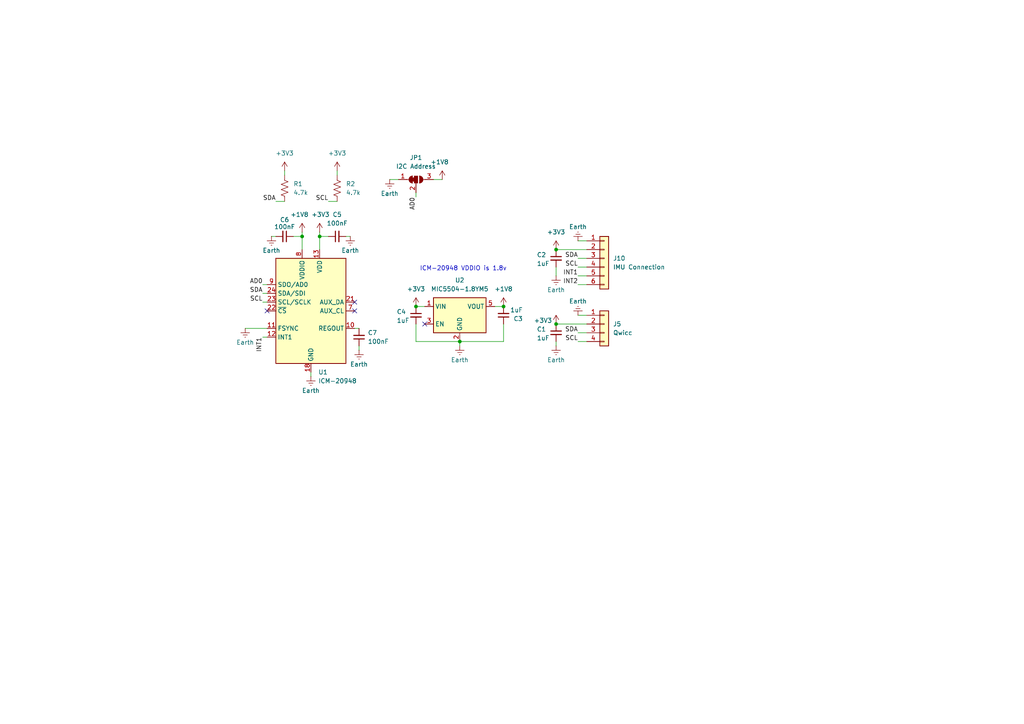
<source format=kicad_sch>
(kicad_sch (version 20250114) (generator "eeschema") (generator_version "9.0")
  (paper "A4")
  (lib_symbols
    (symbol "Connector_Generic:Conn_01x04" (pin_names (offset 1.016) (hide yes))
      (property "Reference" "J" (at 0 5.08 0))
      (property "Value" "Conn_01x04" (at 0 -7.62 0))
      (symbol "Conn_01x04_1_1"
        (rectangle (start -1.27 3.81) (end 1.27 -6.35) (stroke (width 0.254)) (fill (type background)))
        (rectangle (start -1.27 2.667) (end 0 2.413) (stroke (width 0.1524)))
        (rectangle (start -1.27 0.127) (end 0 -0.127) (stroke (width 0.1524)))
        (rectangle (start -1.27 -2.413) (end 0 -2.667) (stroke (width 0.1524)))
        (rectangle (start -1.27 -4.953) (end 0 -5.207) (stroke (width 0.1524)))
        (pin passive line (at -5.08 2.54 0) (length 3.81) (name "Pin_1") (number "1"))
        (pin passive line (at -5.08 0 0) (length 3.81) (name "Pin_2") (number "2"))
        (pin passive line (at -5.08 -2.54 0) (length 3.81) (name "Pin_3") (number "3"))
        (pin passive line (at -5.08 -5.08 0) (length 3.81) (name "Pin_4") (number "4"))
      )
    )
    (symbol "Connector_Generic:Conn_01x06" (pin_names (offset 1.016) (hide yes))
      (property "Reference" "J" (at 0 7.62 0))
      (property "Value" "Conn_01x06" (at 0 -10.16 0))
      (symbol "Conn_01x06_1_1"
        (rectangle (start -1.27 6.35) (end 1.27 -8.89) (stroke (width 0.254)) (fill (type background)))
        (rectangle (start -1.27 5.207) (end 0 4.953) (stroke (width 0.1524)))
        (rectangle (start -1.27 2.667) (end 0 2.413) (stroke (width 0.1524)))
        (rectangle (start -1.27 0.127) (end 0 -0.127) (stroke (width 0.1524)))
        (rectangle (start -1.27 -2.413) (end 0 -2.667) (stroke (width 0.1524)))
        (rectangle (start -1.27 -4.953) (end 0 -5.207) (stroke (width 0.1524)))
        (rectangle (start -1.27 -7.493) (end 0 -7.747) (stroke (width 0.1524)))
        (pin passive line (at -5.08 5.08 0) (length 3.81) (name "Pin_1") (number "1"))
        (pin passive line (at -5.08 2.54 0) (length 3.81) (name "Pin_2") (number "2"))
        (pin passive line (at -5.08 0 0) (length 3.81) (name "Pin_3") (number "3"))
        (pin passive line (at -5.08 -2.54 0) (length 3.81) (name "Pin_4") (number "4"))
        (pin passive line (at -5.08 -5.08 0) (length 3.81) (name "Pin_5") (number "5"))
        (pin passive line (at -5.08 -7.62 0) (length 3.81) (name "Pin_6") (number "6"))
      )
    )
    (symbol "Device:C_Small" (pin_numbers (hide yes)) (pin_names (offset 0.254) (hide yes))
      (property "Reference" "C" (at 0.254 1.778 0))
      (property "Value" "C_Small" (at 0.254 -2.032 0))
      (symbol "C_Small_0_1"
        (polyline (pts (xy -1.524 0.508) (xy 1.524 0.508)) (stroke (width 0.3048)))
        (polyline (pts (xy -1.524 -0.508) (xy 1.524 -0.508)) (stroke (width 0.3302)))
      )
      (symbol "C_Small_1_1"
        (pin passive line (at 0 2.54 270) (length 2.032) (name "~") (number "1"))
        (pin passive line (at 0 -2.54 90) (length 2.032) (name "~") (number "2"))
      )
    )
    (symbol "Device:R_US" (pin_numbers (hide yes)) (pin_names (offset 0))
      (property "Reference" "R" (at 2.54 0 90))
      (property "Value" "R_US" (at -2.54 0 90))
      (symbol "R_US_0_1"
        (polyline (pts (xy 0 2.286) (xy 0 2.54)))
        (polyline (pts (xy 0 2.286) (xy 1.016 1.905) (xy 0 1.524) (xy -1.016 1.143) (xy 0 0.762)))
        (polyline (pts (xy 0 0.762) (xy 1.016 0.381) (xy 0 0) (xy -1.016 -0.381) (xy 0 -0.762)))
        (polyline (pts (xy 0 -0.762) (xy 1.016 -1.143) (xy 0 -1.524) (xy -1.016 -1.905) (xy 0 -2.286)))
        (polyline (pts (xy 0 -2.286) (xy 0 -2.54)))
      )
      (symbol "R_US_1_1"
        (pin passive line (at 0 3.81 270) (length 1.27) (name "~") (number "1"))
        (pin passive line (at 0 -3.81 90) (length 1.27) (name "~") (number "2"))
      )
    )
    (symbol "Jumper:SolderJumper_3_Bridged12" (pin_names (offset 0) (hide yes)) (exclude_from_sim yes) (in_bom no)
      (property "Reference" "JP" (at -2.54 -2.54 0))
      (property "Value" "SolderJumper_3_Bridged12" (at 0 2.794 0))
      (symbol "SolderJumper_3_Bridged12_0_1"
        (polyline (pts (xy -2.54 0) (xy -2.032 0)))
        (polyline (pts (xy -1.016 1.016) (xy -1.016 -1.016)))
        (rectangle (start -1.016 0.508) (end -0.508 -0.508) (fill (type outline)))
        (arc (start -1.016 -1.016) (mid -2.0276 0) (end -1.016 1.016))
        (arc (start -1.016 -1.016) (mid -2.0276 0) (end -1.016 1.016) (fill (type outline)))
        (rectangle (start -0.508 1.016) (end 0.508 -1.016) (fill (type outline)))
        (polyline (pts (xy 0 -1.27) (xy 0 -1.016)))
        (arc (start 1.016 1.016) (mid 2.0276 0) (end 1.016 -1.016))
        (arc (start 1.016 1.016) (mid 2.0276 0) (end 1.016 -1.016) (fill (type outline)))
        (polyline (pts (xy 1.016 1.016) (xy 1.016 -1.016)))
        (polyline (pts (xy 2.54 0) (xy 2.032 0)))
      )
      (symbol "SolderJumper_3_Bridged12_1_1"
        (pin passive line (at -5.08 0 0) (length 2.54) (name "A") (number "1"))
        (pin passive line (at 0 -3.81 90) (length 2.54) (name "C") (number "2"))
        (pin passive line (at 5.08 0 180) (length 2.54) (name "B") (number "3"))
      )
    )
    (symbol "Regulator_Linear:MIC5504-1.8YM5"
      (property "Reference" "U" (at -7.62 8.89 0))
      (property "Value" "MIC5504-1.8YM5" (at -7.62 6.35 0))
      (symbol "MIC5504-1.8YM5_0_1"
        (rectangle (start -7.62 -5.08) (end 7.62 5.08) (stroke (width 0.254)) (fill (type background)))
      )
      (symbol "MIC5504-1.8YM5_1_1"
        (pin power_in line (at -10.16 2.54 0) (length 2.54) (name "VIN") (number "1"))
        (pin input line (at -10.16 -2.54 0) (length 2.54) (name "EN") (number "3"))
        (pin power_in line (at 0 -7.62 90) (length 2.54) (name "GND") (number "2"))
        (pin no_connect line (at 7.62 -2.54 180) (length 2.54) (hide yes) (name "NC") (number "4"))
        (pin power_out line (at 10.16 2.54 180) (length 2.54) (name "VOUT") (number "5"))
      )
    )
    (symbol "Sensor_Motion:ICM-20948"
      (property "Reference" "U" (at -11.43 16.51 0))
      (property "Value" "ICM-20948" (at 7.62 -16.51 0))
      (symbol "ICM-20948_0_1"
        (rectangle (start -10.16 15.24) (end 10.16 -15.24) (stroke (width 0.254)) (fill (type background)))
      )
      (symbol "ICM-20948_1_1"
        (pin bidirectional line (at -12.7 7.62 0) (length 2.54) (name "SDO/AD0") (number "9"))
        (pin bidirectional line (at -12.7 5.08 0) (length 2.54) (name "SDA/SDI") (number "24"))
        (pin input line (at -12.7 2.54 0) (length 2.54) (name "SCL/SCLK") (number "23"))
        (pin input line (at -12.7 0 0) (length 2.54) (name "~{CS}") (number "22"))
        (pin input line (at -12.7 -5.08 0) (length 2.54) (name "FSYNC") (number "11"))
        (pin output line (at -12.7 -7.62 0) (length 2.54) (name "INT1") (number "12"))
        (pin no_connect line (at -10.16 12.7 0) (length 2.54) (hide yes) (name "NC") (number "1"))
        (pin no_connect line (at -10.16 10.16 0) (length 2.54) (hide yes) (name "NC") (number "2"))
        (pin no_connect line (at -10.16 -2.54 0) (length 2.54) (hide yes) (name "NC") (number "3"))
        (pin no_connect line (at -10.16 -10.16 0) (length 2.54) (hide yes) (name "NC") (number "4"))
        (pin no_connect line (at -10.16 -12.7 0) (length 2.54) (hide yes) (name "NC") (number "5"))
        (pin power_in line (at -2.54 17.78 270) (length 2.54) (name "VDDIO") (number "8"))
        (pin power_in line (at 0 -17.78 90) (length 2.54) (name "GND") (number "18"))
        (pin passive line (at 0 -17.78 90) (length 2.54) (hide yes) (name "GND") (number "20"))
        (pin power_in line (at 2.54 17.78 270) (length 2.54) (name "VDD") (number "13"))
        (pin no_connect line (at 10.16 10.16 180) (length 2.54) (hide yes) (name "NC") (number "6"))
        (pin no_connect line (at 10.16 7.62 180) (length 2.54) (hide yes) (name "NC") (number "14"))
        (pin no_connect line (at 10.16 5.08 180) (length 2.54) (hide yes) (name "NC") (number "15"))
        (pin no_connect line (at 10.16 -7.62 180) (length 2.54) (hide yes) (name "NC") (number "16"))
        (pin no_connect line (at 10.16 -10.16 180) (length 2.54) (hide yes) (name "NC") (number "17"))
        (pin no_connect line (at 10.16 -12.7 180) (length 2.54) (hide yes) (name "RESV") (number "19"))
        (pin bidirectional line (at 12.7 2.54 180) (length 2.54) (name "AUX_DA") (number "21"))
        (pin output line (at 12.7 0 180) (length 2.54) (name "AUX_CL") (number "7"))
        (pin passive line (at 12.7 -5.08 180) (length 2.54) (name "REGOUT") (number "10"))
      )
    )
    (symbol "power:+1V8" (power) (pin_numbers (hide yes)) (pin_names (offset 0) (hide yes))
      (property "Value" "+1V8" (at 0 3.556 0))
      (symbol "+1V8_0_1"
        (polyline (pts (xy -0.762 1.27) (xy 0 2.54)))
        (polyline (pts (xy 0 2.54) (xy 0.762 1.27)))
        (polyline (pts (xy 0 0) (xy 0 2.54)))
      )
      (symbol "+1V8_1_1"
        (pin power_in line (at 0 0 90) (length 0) (name "~") (number "1"))
      )
    )
    (symbol "power:+3V3" (power) (pin_numbers (hide yes)) (pin_names (offset 0) (hide yes))
      (property "Value" "+3V3" (at 0 3.556 0))
      (symbol "+3V3_0_1"
        (polyline (pts (xy -0.762 1.27) (xy 0 2.54)))
        (polyline (pts (xy 0 2.54) (xy 0.762 1.27)))
        (polyline (pts (xy 0 0) (xy 0 2.54)))
      )
      (symbol "+3V3_1_1"
        (pin power_in line (at 0 0 90) (length 0) (name "~") (number "1"))
      )
    )
    (symbol "power:Earth" (power) (pin_numbers (hide yes)) (pin_names (offset 0) (hide yes))
      (property "Value" "Earth" (at 0 -3.81 0))
      (symbol "Earth_0_1"
        (polyline (pts (xy -0.635 -1.905) (xy 0.635 -1.905)))
        (polyline (pts (xy -0.127 -2.54) (xy 0.127 -2.54)))
        (polyline (pts (xy 0 -1.27) (xy 0 0)))
        (polyline (pts (xy 1.27 -1.27) (xy -1.27 -1.27)))
      )
      (symbol "Earth_1_1"
        (pin power_in line (at 0 0 270) (length 0) (name "~") (number "1"))
      )
    )
  )
  (text "ICM-20948 VDDIO is 1.8v" (at 134.366 77.978 0) (effects (font (size 1.27 1.27))))
  (junction (at 146.05 88.9))
  (junction (at 133.35 99.06))
  (junction (at 120.65 88.9))
  (junction (at 161.29 93.98))
  (junction (at 92.71 68.58))
  (junction (at 87.63 68.58))
  (junction (at 161.29 72.39))
  (no_connect (at 77.47 90.17))
  (no_connect (at 102.87 90.17))
  (no_connect (at 102.87 87.63))
  (no_connect (at 123.19 93.98))
  (wire (pts (xy 113.03 52.07) (xy 115.57 52.07)))
  (wire (pts (xy 104.14 95.25) (xy 102.87 95.25)))
  (wire (pts (xy 76.2 85.09) (xy 77.47 85.09)))
  (wire (pts (xy 92.71 67.31) (xy 92.71 68.58)))
  (wire (pts (xy 146.05 93.98) (xy 146.05 99.06)))
  (wire (pts (xy 76.2 97.79) (xy 77.47 97.79)))
  (wire (pts (xy 167.64 82.55) (xy 170.18 82.55)))
  (wire (pts (xy 87.63 67.31) (xy 87.63 68.58)))
  (wire (pts (xy 82.55 49.53) (xy 82.55 50.8)))
  (wire (pts (xy 146.05 99.06) (xy 133.35 99.06)))
  (wire (pts (xy 78.74 68.58) (xy 80.01 68.58)))
  (wire (pts (xy 71.12 95.25) (xy 77.47 95.25)))
  (wire (pts (xy 85.09 68.58) (xy 87.63 68.58)))
  (wire (pts (xy 76.2 87.63) (xy 77.47 87.63)))
  (wire (pts (xy 92.71 68.58) (xy 92.71 72.39)))
  (wire (pts (xy 167.64 91.44) (xy 170.18 91.44)))
  (wire (pts (xy 167.64 99.06) (xy 170.18 99.06)))
  (wire (pts (xy 167.64 74.93) (xy 170.18 74.93)))
  (wire (pts (xy 95.25 68.58) (xy 92.71 68.58)))
  (wire (pts (xy 101.6 68.58) (xy 100.33 68.58)))
  (wire (pts (xy 161.29 72.39) (xy 170.18 72.39)))
  (wire (pts (xy 120.65 57.15) (xy 120.65 55.88)))
  (wire (pts (xy 90.17 109.22) (xy 90.17 107.95)))
  (wire (pts (xy 146.05 88.9) (xy 143.51 88.9)))
  (wire (pts (xy 120.65 99.06) (xy 133.35 99.06)))
  (wire (pts (xy 104.14 101.6) (xy 104.14 100.33)))
  (wire (pts (xy 167.64 80.01) (xy 170.18 80.01)))
  (wire (pts (xy 76.2 82.55) (xy 77.47 82.55)))
  (wire (pts (xy 125.73 52.07) (xy 128.27 52.07)))
  (wire (pts (xy 161.29 93.98) (xy 170.18 93.98)))
  (wire (pts (xy 167.64 77.47) (xy 170.18 77.47)))
  (wire (pts (xy 161.29 100.33) (xy 161.29 99.06)))
  (wire (pts (xy 167.64 96.52) (xy 170.18 96.52)))
  (wire (pts (xy 167.64 69.85) (xy 170.18 69.85)))
  (wire (pts (xy 133.35 100.33) (xy 133.35 99.06)))
  (wire (pts (xy 120.65 93.98) (xy 120.65 99.06)))
  (wire (pts (xy 97.79 49.53) (xy 97.79 50.8)))
  (wire (pts (xy 123.19 88.9) (xy 120.65 88.9)))
  (wire (pts (xy 87.63 68.58) (xy 87.63 72.39)))
  (wire (pts (xy 95.25 58.42) (xy 97.79 58.42)))
  (wire (pts (xy 80.01 58.42) (xy 82.55 58.42)))
  (wire (pts (xy 161.29 80.01) (xy 161.29 77.47)))
  (label "SCL" (at 167.64 99.06 180))
  (label "INT1" (at 167.64 80.01 180))
  (label "SDA" (at 167.64 96.52 180))
  (label "SCL" (at 95.25 58.42 180))
  (label "AD0" (at 120.65 57.15 270))
  (label "SCL" (at 167.64 77.47 180))
  (label "SDA" (at 167.64 74.93 180))
  (label "SDA" (at 76.2 85.09 180))
  (label "INT1" (at 76.2 97.79 270))
  (label "SCL" (at 76.2 87.63 180))
  (label "AD0" (at 76.2 82.55 180))
  (label "SDA" (at 80.01 58.42 180))
  (label "INT2" (at 167.64 82.55 180))
  (symbol (lib_id "Device:R_US") (at 97.79 54.61 0) (unit 1)
    (property "Reference" "R2" (at 100.33 53.3399 0) (effects (justify left)))
    (property "Value" "4.7k" (at 100.33 55.8799 0) (effects (justify left)))
    (property "Footprint" "Resistor_SMD:R_0603_1608Metric" (effects (hide yes)))
    (property "Description" "Resistor, US symbol" (effects (hide yes)))
  )
  (symbol (lib_id "power:Earth") (at 161.29 100.33 0) (unit 1)
    (property "Reference" "#PWR020" (effects (hide yes)))
    (property "Value" "Earth" (at 161.29 104.394 0))
    (property "Description" "Power symbol creates a global label with name \"Earth\"" (effects (hide yes)))
  )
  (symbol (lib_id "power:Earth") (at 104.14 101.6 0) (unit 1)
    (property "Reference" "#PWR028" (effects (hide yes)))
    (property "Value" "Earth" (at 104.14 105.664 0))
    (property "Description" "Power symbol creates a global label with name \"Earth\"" (effects (hide yes)))
  )
  (symbol (lib_id "power:+1V8") (at 128.27 52.07 0) (unit 1)
    (property "Reference" "#PWR07" (effects (hide yes)))
    (property "Value" "+1V8" (at 127.508 46.99 0))
    (property "Description" "Power symbol creates a global label with name \"+1V8\"" (effects (hide yes)))
  )
  (symbol (lib_id "Device:C_Small") (at 120.65 91.44 0) (unit 1)
    (property "Reference" "C4" (at 115.062 90.424 0) (effects (justify left)))
    (property "Value" "1uF" (at 115.062 92.964 0) (effects (justify left)))
    (property "Footprint" "Capacitor_SMD:C_0603_1608Metric" (effects (hide yes)))
    (property "Description" "Unpolarized capacitor, small symbol" (effects (hide yes)))
  )
  (symbol (lib_id "Device:C_Small") (at 146.05 91.44 180) (unit 1)
    (property "Reference" "C3" (at 151.638 92.456 0) (effects (justify left)))
    (property "Value" "1uF" (at 151.638 89.916 0) (effects (justify left)))
    (property "Footprint" "Capacitor_SMD:C_0603_1608Metric" (effects (hide yes)))
    (property "Description" "Unpolarized capacitor, small symbol" (effects (hide yes)))
  )
  (symbol (lib_id "Device:R_US") (at 82.55 54.61 0) (unit 1)
    (property "Reference" "R1" (at 85.09 53.3399 0) (effects (justify left)))
    (property "Value" "4.7k" (at 85.09 55.8799 0) (effects (justify left)))
    (property "Footprint" "Resistor_SMD:R_0603_1608Metric" (effects (hide yes)))
    (property "Description" "Resistor, US symbol" (effects (hide yes)))
  )
  (symbol (lib_id "power:+1V8") (at 87.63 67.31 0) (unit 1)
    (property "Reference" "#PWR06" (effects (hide yes)))
    (property "Value" "+1V8" (at 86.868 62.23 0))
    (property "Description" "Power symbol creates a global label with name \"+1V8\"" (effects (hide yes)))
  )
  (symbol (lib_id "power:Earth") (at 113.03 52.07 0) (unit 1)
    (property "Reference" "#PWR026" (effects (hide yes)))
    (property "Value" "Earth" (at 113.03 56.134 0))
    (property "Description" "Power symbol creates a global label with name \"Earth\"" (effects (hide yes)))
  )
  (symbol (lib_id "Sensor_Motion:ICM-20948") (at 90.17 90.17 0) (unit 1)
    (property "Reference" "U1" (at 92.3133 107.95 0) (effects (justify left)))
    (property "Value" "ICM-20948" (at 92.3133 110.49 0) (effects (justify left)))
    (property "Footprint" "Sensor_Motion:InvenSense_QFN-24_3x3mm_P0.4mm" (effects (hide yes)))
    (property "Datasheet" "http://www.invensense.com/wp-content/uploads/2016/06/DS-000189-ICM-20948-v1.3.pdf" (effects (hide yes)))
    (property "Description" "InvenSense 9-Axis Motion Sensor, Accelerometer, Gyroscope, Compass, I2C/SPI, QFN-24" (effects (hide yes)))
  )
  (symbol (lib_id "Jumper:SolderJumper_3_Bridged12") (at 120.65 52.07 0) (unit 1) (exclude_from_sim yes) (in_bom no)
    (property "Reference" "JP1" (at 120.65 45.72 0))
    (property "Value" "I2C Address" (at 120.65 48.26 0))
    (property "Footprint" "Jumper:SolderJumper-3_P1.3mm_Bridged12_RoundedPad1.0x1.5mm" (effects (hide yes)))
    (property "Description" "3-pole Solder Jumper, pins 1+2 closed/bridged" (effects (hide yes)))
  )
  (symbol (lib_id "power:+3V3") (at 161.29 93.98 0) (unit 1)
    (property "Reference" "#PWR01" (effects (hide yes)))
    (property "Value" "+3V3" (at 157.48 92.964 0))
    (property "Description" "Power symbol creates a global label with name \"+3V3\"" (effects (hide yes)))
  )
  (symbol (lib_id "Regulator_Linear:MIC5504-1.8YM5") (at 133.35 91.44 0) (unit 1)
    (property "Reference" "U2" (at 133.35 81.28 0))
    (property "Value" "MIC5504-1.8YM5" (at 133.35 83.82 0))
    (property "Footprint" "Package_TO_SOT_SMD:SOT-23-5" (effects (hide yes)))
    (property "Datasheet" "http://ww1.microchip.com/downloads/en/DeviceDoc/MIC550X.pdf" (effects (hide yes)))
    (property "Description" "300mA Low-dropout Voltage Regulator, Vout 1.8V, Vin up to 5.5V, SOT-23" (effects (hide yes)))
  )
  (symbol (lib_id "power:Earth") (at 101.6 68.58 0) (unit 1)
    (property "Reference" "#PWR024" (effects (hide yes)))
    (property "Value" "Earth" (at 101.6 72.644 0))
    (property "Description" "Power symbol creates a global label with name \"Earth\"" (effects (hide yes)))
  )
  (symbol (lib_id "power:+3V3") (at 161.29 72.39 0) (unit 1)
    (property "Reference" "#PWR02" (effects (hide yes)))
    (property "Value" "+3V3" (at 161.29 67.31 0))
    (property "Description" "Power symbol creates a global label with name \"+3V3\"" (effects (hide yes)))
  )
  (symbol (lib_id "power:Earth") (at 78.74 68.58 0) (unit 1)
    (property "Reference" "#PWR025" (effects (hide yes)))
    (property "Value" "Earth" (at 78.74 72.644 0))
    (property "Description" "Power symbol creates a global label with name \"Earth\"" (effects (hide yes)))
  )
  (symbol (lib_id "power:Earth") (at 133.35 100.33 0) (unit 1)
    (property "Reference" "#PWR022" (effects (hide yes)))
    (property "Value" "Earth" (at 133.35 104.394 0))
    (property "Description" "Power symbol creates a global label with name \"Earth\"" (effects (hide yes)))
  )
  (symbol (lib_id "Connector_Generic:Conn_01x04") (at 175.26 93.98 0) (unit 1)
    (property "Reference" "J5" (at 177.8 93.9799 0) (effects (justify left)))
    (property "Value" "Qwicc" (at 177.8 96.5199 0) (effects (justify left)))
    (property "Footprint" "Connector_JST:JST_SH_SM04B-SRSS-TB_1x04-1MP_P1.00mm_Horizontal" (effects (hide yes)))
    (property "Description" "Generic connector, single row, 01x04, script generated (kicad-library-utils/schlib/autogen/connector/)" (effects (hide yes)))
  )
  (symbol (lib_id "power:Earth") (at 167.64 69.85 180) (unit 1)
    (property "Reference" "#PWR019" (effects (hide yes)))
    (property "Value" "Earth" (at 167.64 65.786 0))
    (property "Description" "Power symbol creates a global label with name \"Earth\"" (effects (hide yes)))
  )
  (symbol (lib_id "Device:C_Small") (at 104.14 97.79 180) (unit 1)
    (property "Reference" "C7" (at 106.68 96.5135 0) (effects (justify right)))
    (property "Value" "100nF" (at 106.68 99.0535 0) (effects (justify right)))
    (property "Footprint" "Capacitor_SMD:C_0603_1608Metric" (effects (hide yes)))
    (property "Description" "Unpolarized capacitor, small symbol" (effects (hide yes)))
  )
  (symbol (lib_id "power:+1V8") (at 146.05 88.9 0) (unit 1)
    (property "Reference" "#PWR05" (effects (hide yes)))
    (property "Value" "+1V8" (at 146.05 83.82 0))
    (property "Description" "Power symbol creates a global label with name \"+1V8\"" (effects (hide yes)))
  )
  (symbol (lib_id "power:Earth") (at 161.29 80.01 0) (unit 1)
    (property "Reference" "#PWR021" (effects (hide yes)))
    (property "Value" "Earth" (at 161.29 84.074 0))
    (property "Description" "Power symbol creates a global label with name \"Earth\"" (effects (hide yes)))
  )
  (symbol (lib_id "power:Earth") (at 167.64 91.44 180) (unit 1)
    (property "Reference" "#PWR027" (effects (hide yes)))
    (property "Value" "Earth" (at 167.64 87.376 0))
    (property "Description" "Power symbol creates a global label with name \"Earth\"" (effects (hide yes)))
  )
  (symbol (lib_id "Device:C_Small") (at 161.29 96.52 0) (unit 1)
    (property "Reference" "C1" (at 155.702 95.504 0) (effects (justify left)))
    (property "Value" "1uF" (at 155.702 98.044 0) (effects (justify left)))
    (property "Footprint" "Capacitor_SMD:C_0603_1608Metric" (effects (hide yes)))
    (property "Description" "Unpolarized capacitor, small symbol" (effects (hide yes)))
  )
  (symbol (lib_id "power:Earth") (at 90.17 109.22 0) (unit 1)
    (property "Reference" "#PWR023" (effects (hide yes)))
    (property "Value" "Earth" (at 90.17 113.284 0))
    (property "Description" "Power symbol creates a global label with name \"Earth\"" (effects (hide yes)))
  )
  (symbol (lib_id "Connector_Generic:Conn_01x06") (at 175.26 74.93 0) (unit 1)
    (property "Reference" "J10" (at 177.8 74.9299 0) (effects (justify left)))
    (property "Value" "IMU Connection" (at 177.8 77.4699 0) (effects (justify left)))
    (property "Footprint" "Connector_JST:JST_SH_SM06B-SRSS-TB_1x06-1MP_P1.00mm_Horizontal" (effects (hide yes)))
    (property "Description" "Generic connector, single row, 01x06, script generated (kicad-library-utils/schlib/autogen/connector/)" (effects (hide yes)))
  )
  (symbol (lib_id "Device:C_Small") (at 97.79 68.58 90) (unit 1)
    (property "Reference" "C5" (at 97.7963 62.23 90))
    (property "Value" "100nF" (at 97.7963 64.77 90))
    (property "Footprint" "Capacitor_SMD:C_0603_1608Metric" (effects (hide yes)))
    (property "Description" "Unpolarized capacitor, small symbol" (effects (hide yes)))
  )
  (symbol (lib_id "Device:C_Small") (at 82.55 68.58 270) (unit 1)
    (property "Reference" "C6" (at 82.55 63.754 90))
    (property "Value" "100nF" (at 82.55 65.786 90))
    (property "Footprint" "Capacitor_SMD:C_0603_1608Metric" (effects (hide yes)))
    (property "Description" "Unpolarized capacitor, small symbol" (effects (hide yes)))
  )
  (symbol (lib_id "Device:C_Small") (at 161.29 74.93 0) (unit 1)
    (property "Reference" "C2" (at 155.702 73.914 0) (effects (justify left)))
    (property "Value" "1uF" (at 155.702 76.454 0) (effects (justify left)))
    (property "Footprint" "Capacitor_SMD:C_0603_1608Metric" (effects (hide yes)))
    (property "Description" "Unpolarized capacitor, small symbol" (effects (hide yes)))
  )
  (symbol (lib_id "power:+3V3") (at 120.65 88.9 0) (unit 1)
    (property "Reference" "#PWR04" (effects (hide yes)))
    (property "Value" "+3V3" (at 120.65 83.82 0))
    (property "Description" "Power symbol creates a global label with name \"+3V3\"" (effects (hide yes)))
  )
  (symbol (lib_id "power:Earth") (at 71.12 95.25 0) (unit 1)
    (property "Reference" "#PWR029" (effects (hide yes)))
    (property "Value" "Earth" (at 71.12 99.314 0))
    (property "Description" "Power symbol creates a global label with name \"Earth\"" (effects (hide yes)))
  )
  (symbol (lib_id "power:+3V3") (at 82.55 49.53 0) (unit 1)
    (property "Reference" "#PWR08" (effects (hide yes)))
    (property "Value" "+3V3" (at 82.55 44.45 0))
    (property "Description" "Power symbol creates a global label with name \"+3V3\"" (effects (hide yes)))
  )
  (symbol (lib_id "power:+3V3") (at 92.71 67.31 0) (unit 1)
    (property "Reference" "#PWR03" (effects (hide yes)))
    (property "Value" "+3V3" (at 92.964 62.23 0))
    (property "Description" "Power symbol creates a global label with name \"+3V3\"" (effects (hide yes)))
  )
  (symbol (lib_id "power:+3V3") (at 97.79 49.53 0) (unit 1)
    (property "Reference" "#PWR09" (effects (hide yes)))
    (property "Value" "+3V3" (at 97.79 44.45 0))
    (property "Description" "Power symbol creates a global label with name \"+3V3\"" (effects (hide yes)))
  )
)
</source>
